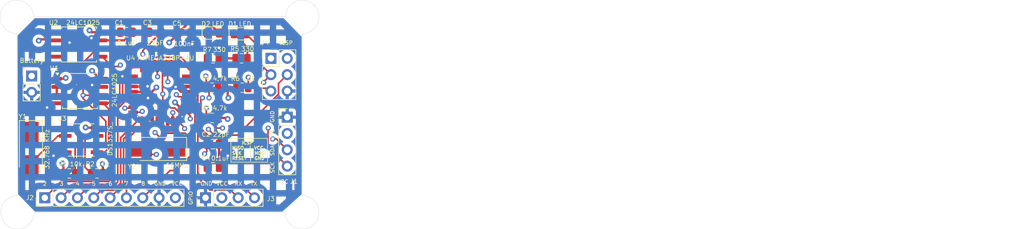
<source format=kicad_pcb>
(kicad_pcb (version 20240108) (generator "pcbnew") (generator_version "8.0")
  (title_block (title "${project_name}") (date "2024-05-24") (rev "1") (comment 1 "2-Layer PCB version."))
  (layers (0 "F.Cu" mixed) (1 "In1.Cu" mixed) (2 "In2.Cu" mixed) (31 "B.Cu" mixed) (34 "B.Paste" user) (35 "F.Paste" user) (36 "B.SilkS" user "B.Silkscreen") (37 "F.SilkS" user "F.Silkscreen") (38 "B.Mask" user) (39 "F.Mask" user) (44 "Edge.Cuts" user))
  (property "project_name" "MCU Datalogger with memory and clock")
  (net 0 "")
  (net 1 "GND")
  (net 2 "/Vcc")
  (net 3 "Net-(U4-PB6)")
  (net 4 "Net-(U4-PB7)")
  (net 5 "Net-(U4-AREF)")
  (net 6 "/SCK")
  (net 7 "Net-(D1-K)")
  (net 8 "Net-(D2-K)")
  (net 9 "/SDA")
  (net 10 "/D7")
  (net 11 "/D5")
  (net 12 "/D8")
  (net 13 "/D6")
  (net 14 "/D4")
  (net 15 "/D3")
  (net 16 "/D2")
  (net 17 "/TX")
  (net 18 "/RX")
  (net 19 "/RESET")
  (net 20 "/MISO")
  (net 21 "/MOSI")
  (net 22 "Net-(U3-~{INTA})")
  (net 23 "Net-(U3-SQW{slash}~INT)")
  (net 24 "Net-(U3-X1)")
  (net 25 "Net-(U3-X2)")
  (footprint "Package_SO:SOIC-8_5.23x5.23mm_P1.27mm" (layer "F.Cu") (at 116.205 108.331)
    (property "Reference" "U1" (at -4.005 -3.531 0) (layer "F.SilkS") (effects (font (size 0.7 0.7) (thickness 0.1))))
    (property "Value" "24LC1025" (at 5.395 -0.131 90) (layer "F.SilkS") (effects (font (size 0.7 0.7) (thickness 0.1))))
    (pad "1" smd roundrect (at -3.6 -1.905) (size 1.6 0.6) (layers "F.Cu" "F.Paste" "F.Mask") (net 2 "/Vcc"))
    (pad "2" smd roundrect (at -3.6 -0.635) (size 1.6 0.6) (layers "F.Cu" "F.Paste" "F.Mask") (net 2 "/Vcc"))
    (pad "3" smd roundrect (at -3.6 0.635) (size 1.6 0.6) (layers "F.Cu" "F.Paste" "F.Mask") (net 2 "/Vcc"))
    (pad "4" smd roundrect (at -3.6 1.905) (size 1.6 0.6) (layers "F.Cu" "F.Paste" "F.Mask") (net 1 "GND"))
    (pad "5" smd roundrect (at 3.6 1.905) (size 1.6 0.6) (layers "F.Cu" "F.Paste" "F.Mask") (net 9 "/SDA"))
    (pad "6" smd roundrect (at 3.6 0.635) (size 1.6 0.6) (layers "F.Cu" "F.Paste" "F.Mask") (net 6 "/SCK"))
    (pad "7" smd roundrect (at 3.6 -0.635) (size 1.6 0.6) (layers "F.Cu" "F.Paste" "F.Mask") (net 1 "GND"))
    (pad "8" smd roundrect (at 3.6 -1.905) (size 1.6 0.6) (layers "F.Cu" "F.Paste" "F.Mask") (net 2 "/Vcc"))
  )
  (footprint "Resistor_SMD:R_0805_2012Metric" (layer "F.Cu") (at 114.554 121.158)
    (property "Reference" "R1" (at -1.054 -1.458 0) (layer "F.SilkS") (effects (font (size 0.7 0.7) (thickness 0.1))))
    (property "Value" "10k" (at 1.046 -1.458 0) (layer "F.SilkS") (effects (font (size 0.7 0.7) (thickness 0.1))))
    (pad "1" smd roundrect (at -0.9125 0) (size 1.025 1.4) (layers "F.Cu" "F.Paste" "F.Mask") (roundrect_rratio 0.243902) (net 2 "/Vcc"))
    (pad "2" smd roundrect (at 0.9125 0) (size 1.025 1.4) (layers "F.Cu" "F.Paste" "F.Mask") (roundrect_rratio 0.243902) (net 22 "Net-(U3-~{INTA})"))
  )
  (footprint "MountingHole:MountingHole_2.1mm" (layer "F.Cu") (at 150.8 127.25)
    (property "Reference" "H4" (hide yes))
    (property "Value" "MountingHole" (hide yes))
    (pad "" np_thru_hole circle (at 0 0) (size 2.1 2.1) (drill 2.1) (layers "*.Cu" "*.Mask"))
  )
  (footprint "Resistor_SMD:R_0805_2012Metric" (layer "F.Cu") (at 136.779 107.823 180)
    (property "Reference" "R4" (at 0.979 1.423 180) (layer "F.SilkS") (effects (font (size 0.7 0.7) (thickness 0.1))))
    (property "Value" "4.7k" (at -1.221 1.423 180) (layer "F.SilkS") (effects (font (size 0.7 0.7) (thickness 0.1))))
    (pad "1" smd roundrect (at -0.9125 0 180) (size 1.025 1.4) (layers "F.Cu" "F.Paste" "F.Mask") (roundrect_rratio 0.243902) (net 2 "/Vcc"))
    (pad "2" smd roundrect (at 0.9125 0 180) (size 1.025 1.4) (layers "F.Cu" "F.Paste" "F.Mask") (roundrect_rratio 0.243902) (net 9 "/SDA"))
  )
  (footprint "Capacitor_SMD:C_0805_2012Metric" (layer "F.Cu") (at 123.444 99.187)
    (property "Reference" "C1" (at -1.144 -1.487 0) (layer "F.SilkS") (effects (font (size 0.7 0.7) (thickness 0.1))))
    (property "Value" "0.1uF" (at 0 1.68 0) (layer "F.SilkS") (effects (font (size 0.7 0.7) (thickness 0.1))))
    (pad "1" smd roundrect (at -0.95 0) (size 1 1.45) (layers "F.Cu" "F.Paste" "F.Mask") (net 2 "/Vcc"))
    (pad "2" smd roundrect (at 0.95 0) (size 1 1.45) (layers "F.Cu" "F.Paste" "F.Mask") (net 1 "GND"))
  )
  (footprint "Resistor_SMD:R_0805_2012Metric" (layer "F.Cu") (at 136.906 103.251)
    (property "Reference" "R7" (at -0.906 -1.351 0) (layer "F.SilkS") (effects (font (size 0.7 0.7) (thickness 0.1))))
    (property "Value" "330" (at 0.994 -1.351 0) (layer "F.SilkS") (effects (font (size 0.7 0.7) (thickness 0.1))))
    (pad "1" smd roundrect (at -0.9125 0) (size 1.025 1.4) (layers "F.Cu" "F.Paste" "F.Mask") (roundrect_rratio 0.243902) (net 8 "Net-(D2-K)"))
    (pad "2" smd roundrect (at 0.9125 0) (size 1.025 1.4) (layers "F.Cu" "F.Paste" "F.Mask") (roundrect_rratio 0.243902) (net 1 "GND"))
  )
  (footprint "Crystal:Crystal_SMD_5032-2Pin_5.0x3.2mm_HandSoldering" (layer "F.Cu") (at 108.585 117.475 -90)
    (property "Reference" "Y1" (at -5.175 1.285 180) (layer "F.SilkS") (effects (font (size 0.7 0.7) (thickness 0.1))))
    (property "Value" "32.768 KHz" (at -0.075 -2.515 90) (layer "F.SilkS") (effects (font (size 0.7 0.7) (thickness 0.1))))
    (pad "1" smd rect (at -2.6 0 270) (size 3.5 2.4) (layers "F.Cu" "F.Paste" "F.Mask") (net 24 "Net-(U3-X1)"))
    (pad "2" smd rect (at 2.6 0 270) (size 3.5 2.4) (layers "F.Cu" "F.Paste" "F.Mask") (net 25 "Net-(U3-X2)"))
  )
  (footprint "Capacitor_SMD:C_0805_2012Metric" (layer "F.Cu") (at 127.889 99.187)
    (property "Reference" "C3" (at -1.189 -1.487 0) (layer "F.SilkS") (effects (font (size 0.7 0.7) (thickness 0.1))))
    (property "Value" "22pF" (at 0 1.68 0) (layer "F.SilkS") (effects (font (size 0.7 0.7) (thickness 0.1))))
    (pad "1" smd roundrect (at -0.95 0) (size 1 1.45) (layers "F.Cu" "F.Paste" "F.Mask") (net 1 "GND"))
    (pad "2" smd roundrect (at 0.95 0) (size 1 1.45) (layers "F.Cu" "F.Paste" "F.Mask") (net 4 "Net-(U4-PB7)"))
  )
  (footprint "Resistor_SMD:R_0805_2012Metric" (layer "F.Cu") (at 136.779 112.522 180)
    (property "Reference" "R3" (at 0.979 1.522 180) (layer "F.SilkS") (effects (font (size 0.7 0.7) (thickness 0.1))))
    (property "Value" "4.7k" (at -1.221 1.522 180) (layer "F.SilkS") (effects (font (size 0.7 0.7) (thickness 0.1))))
    (pad "1" smd roundrect (at -0.9125 0 180) (size 1.025 1.4) (layers "F.Cu" "F.Paste" "F.Mask") (roundrect_rratio 0.243902) (net 2 "/Vcc"))
    (pad "2" smd roundrect (at 0.9125 0 180) (size 1.025 1.4) (layers "F.Cu" "F.Paste" "F.Mask") (roundrect_rratio 0.243902) (net 6 "/SCK"))
  )
  (footprint "Connector_PinHeader_2.54mm:PinHeader_2x03_P2.54mm_Vertical" (layer "F.Cu") (at 145.923 103.251)
    (property "Reference" "J4" (at -0.923 -2.451 0) (layer "F.SilkS") (effects (font (size 0.7 0.7) (thickness 0.1))))
    (property "Value" "Conn_02x03_Odd_Even" (hide yes))
    (pad "1" thru_hole rect (at 0 0) (size 1.7 1.7) (drill 1) (layers "*.Cu" "*.Mask") (net 20 "/MISO"))
    (pad "2" thru_hole oval (at 2.54 0) (size 1.7 1.7) (drill 1) (layers "*.Cu" "*.Mask") (net 2 "/Vcc"))
    (pad "3" thru_hole oval (at 0 2.54) (size 1.7 1.7) (drill 1) (layers "*.Cu" "*.Mask") (net 6 "/SCK"))
    (pad "4" thru_hole oval (at 2.54 2.54) (size 1.7 1.7) (drill 1) (layers "*.Cu" "*.Mask") (net 21 "/MOSI"))
    (pad "5" thru_hole oval (at 0 5.08) (size 1.7 1.7) (drill 1) (layers "*.Cu" "*.Mask") (net 19 "/RESET"))
    (pad "6" thru_hole oval (at 2.54 5.08) (size 1.7 1.7) (drill 1) (layers "*.Cu" "*.Mask") (net 1 "GND"))
  )
  (footprint "MountingHole:MountingHole_2.1mm" (layer "F.Cu") (at 150.7998 96.774)
    (property "Reference" "H3" (hide yes))
    (property "Value" "MountingHole" (hide yes))
    (pad "" np_thru_hole circle (at 0 0) (size 2.1 2.1) (drill 2.1) (layers "*.Cu" "*.Mask"))
  )
  (footprint "Connector_PinHeader_2.54mm:PinHeader_1x04_P2.54mm_Vertical" (layer "F.Cu") (at 135.7476 124.9426 90)
    (property "Reference" "J3" (at -0.1574 10.1524 0) (layer "F.SilkS") (effects (font (size 0.7 0.7) (thickness 0.1))))
    (property "Value" "Conn_01x04_Pin" (hide yes))
    (pad "1" thru_hole rect (at 0 0 90) (size 1.7 1.7) (drill 1) (layers "*.Cu" "*.Mask") (net 1 "GND"))
    (pad "2" thru_hole oval (at 0 2.54 90) (size 1.7 1.7) (drill 1) (layers "*.Cu" "*.Mask") (net 2 "/Vcc"))
    (pad "3" thru_hole oval (at 0 5.08 90) (size 1.7 1.7) (drill 1) (layers "*.Cu" "*.Mask") (net 18 "/RX"))
    (pad "4" thru_hole oval (at 0 7.62 90) (size 1.7 1.7) (drill 1) (layers "*.Cu" "*.Mask") (net 17 "/TX"))
  )
  (footprint "Connector_PinHeader_2.54mm:PinHeader_1x02_P2.54mm_Vertical" (layer "F.Cu") (at 108.7 106)
    (property "Reference" "BT1" (hide yes))
    (property "Value" "Battery" (at 0 -2.4 0) (layer "F.SilkS") (effects (font (size 0.7 0.7) (thickness 0.1))))
    (pad "1" thru_hole rect (at 0 0) (size 1.7 1.7) (drill 1) (layers "*.Cu" "*.Mask") (net 2 "/Vcc"))
    (pad "2" thru_hole oval (at 0 2.54) (size 1.7 1.7) (drill 1) (layers "*.Cu" "*.Mask") (net 1 "GND"))
  )
  (footprint "MountingHole:MountingHole_2.1mm" (layer "F.Cu") (at 106.426 96.8)
    (property "Reference" "H1" (hide yes))
    (property "Value" "MountingHole" (hide yes))
    (pad "" np_thru_hole circle (at 0 0) (size 2.1 2.1) (drill 2.1) (layers "*.Cu" "*.Mask"))
  )
  (footprint "Crystal:Crystal_SMD_5032-2Pin_5.0x3.2mm_HandSoldering" (layer "F.Cu") (at 128.27 117.348 180)
    (property "Reference" "Y2" (at 3.97 -2.752 180) (layer "F.SilkS") (effects (font (size 0.7 0.7) (thickness 0.1))))
    (property "Value" "16MHz" (at -3.03 -2.552 180) (layer "F.SilkS") (effects (font (size 0.7 0.7) (thickness 0.1))))
    (pad "1" smd rect (at -2.6 0 180) (size 3.5 2.4) (layers "F.Cu" "F.Paste" "F.Mask") (net 4 "Net-(U4-PB7)"))
    (pad "2" smd rect (at 2.6 0 180) (size 3.5 2.4) (layers "F.Cu" "F.Paste" "F.Mask") (net 3 "Net-(U4-PB6)"))
  )
  (footprint "Resistor_SMD:R_0805_2012Metric" (layer "F.Cu") (at 118.872 121.158 180)
    (property "Reference" "R2" (at 1.072 1.458 180) (layer "F.SilkS") (effects (font (size 0.7 0.7) (thickness 0.1))))
    (property "Value" "10k" (at -1.028 1.458 180) (layer "F.SilkS") (effects (font (size 0.7 0.7) (thickness 0.1))))
    (pad "1" smd roundrect (at -0.9125 0 180) (size 1.025 1.4) (layers "F.Cu" "F.Paste" "F.Mask") (roundrect_rratio 0.243902) (net 2 "/Vcc"))
    (pad "2" smd roundrect (at 0.9125 0 180) (size 1.025 1.4) (layers "F.Cu" "F.Paste" "F.Mask") (roundrect_rratio 0.243902) (net 23 "Net-(U3-SQW{slash}~INT)"))
  )
  (footprint "Connector_PinHeader_2.54mm:PinHeader_1x04_P2.54mm_Vertical" (layer "F.Cu") (at 148.463 112.405)
    (property "Reference" "J1" (at 1.037 9.995 0) (layer "F.SilkS") (effects (font (size 0.7 0.7) (thickness 0.1))))
    (property "Value" "Conn_01x04_Pin" (hide yes))
    (pad "1" thru_hole rect (at 0 0) (size 1.7 1.7) (drill 1) (layers "*.Cu" "*.Mask") (net 1 "GND"))
    (pad "2" thru_hole oval (at 0 2.54) (size 1.7 1.7) (drill 1) (layers "*.Cu" "*.Mask") (net 2 "/Vcc"))
    (pad "3" thru_hole oval (at 0 5.08) (size 1.7 1.7) (drill 1) (layers "*.Cu" "*.Mask") (net 9 "/SDA"))
    (pad "4" thru_hole oval (at 0 7.62) (size 1.7 1.7) (drill 1) (layers "*.Cu" "*.Mask") (net 6 "/SCK"))
  )
  (footprint "LED_SMD:LED_0805_2012Metric" (layer "F.Cu") (at 141.097 99.441)
    (property "Reference" "D1" (at -1.097 -1.541 0) (layer "F.SilkS") (effects (font (size 0.7 0.7) (thickness 0.1))))
    (property "Value" "LED" (at 0.803 -1.541 0) (layer "F.SilkS") (effects (font (size 0.7 0.7) (thickness 0.1))))
    (pad "1" smd roundrect (at -0.9375 0) (size 0.975 1.4) (layers "F.Cu" "F.Paste" "F.Mask") (net 7 "Net-(D1-K)"))
    (pad "2" smd roundrect (at 0.9375 0) (size 0.975 1.4) (layers "F.Cu" "F.Paste" "F.Mask") (net 6 "/SCK"))
  )
  (footprint "Capacitor_SMD:C_0805_2012Metric" (layer "F.Cu") (at 136.9 116.6 180)
    (property "Reference" "C2" (at 1.079 1.521 180) (layer "F.SilkS") (effects (font (size 0.7 0.7) (thickness 0.1))))
    (property "Value" "22pF" (at -1.3 1.5 180) (layer "F.SilkS") (effects (font (size 0.7 0.7) (thickness 0.1))))
    (pad "1" smd roundrect (at -0.95 0 180) (size 1 1.45) (layers "F.Cu" "F.Paste" "F.Mask") (net 1 "GND"))
    (pad "2" smd roundrect (at 0.95 0 180) (size 1 1.45) (layers "F.Cu" "F.Paste" "F.Mask") (net 3 "Net-(U4-PB6)"))
  )
  (footprint "Resistor_SMD:R_0805_2012Metric" (layer "F.Cu") (at 141.478 107.823)
    (property "Reference" "R6" (at -1.078 -1.423 0) (layer "F.SilkS") (effects (font (size 0.7 0.7) (thickness 0.1))))
    (property "Value" "10k" (at 1.022 -1.423 0) (layer "F.SilkS") (effects (font (size 0.7 0.7) (thickness 0.1))))
    (pad "1" smd roundrect (at -0.9125 0) (size 1.025 1.4) (layers "F.Cu" "F.Paste" "F.Mask") (roundrect_rratio 0.243902) (net 2 "/Vcc"))
    (pad "2" smd roundrect (at 0.9125 0) (size 1.025 1.4) (layers "F.Cu" "F.Paste" "F.Mask") (roundrect_rratio 0.243902) (net 19 "/RESET"))
  )
  (footprint "MountingHole:MountingHole_2.1mm" (layer "F.Cu") (at 106.5 127.2)
    (property "Reference" "H2" (hide yes))
    (property "Value" "MountingHole" (hide yes))
    (pad "" np_thru_hole circle (at 0 0) (size 2.1 2.1) (drill 2.1) (layers "*.Cu" "*.Mask"))
  )
  (footprint "Package_SO:SOIC-8_5.23x5.23mm_P1.27mm" (layer "F.Cu") (at 116.078 101.092)
    (property "Reference" "U2" (at -3.978 -3.392 0) (layer "F.SilkS") (effects (font (size 0.7 0.7) (thickness 0.1))))
    (property "Value" "24LC1025" (at 0.622 -3.392 0) (layer "F.SilkS") (effects (font (size 0.7 0.7) (thickness 0.1))))
    (pad "1" smd roundrect (at -3.6 -1.905) (size 1.6 0.6) (layers "F.Cu" "F.Paste" "F.Mask") (net 2 "/Vcc"))
    (pad "2" smd roundrect (at -3.6 -0.635) (size 1.6 0.6) (layers "F.Cu" "F.Paste" "F.Mask") (net 1 "GND"))
    (pad "3" smd roundrect (at -3.6 0.635) (size 1.6 0.6) (layers "F.Cu" "F.Paste" "F.Mask") (net 2 "/Vcc"))
    (pad "4" smd roundrect (at -3.6 1.905) (size 1.6 0.6) (layers "F.Cu" "F.Paste" "F.Mask") (net 1 "GND"))
    (pad "5" smd roundrect (at 3.6 1.905) (size 1.6 0.6) (layers "F.Cu" "F.Paste" "F.Mask") (net 9 "/SDA"))
    (pad "6" smd roundrect (at 3.6 0.635) (size 1.6 0.6) (layers "F.Cu" "F.Paste" "F.Mask") (net 6 "/SCK"))
    (pad "7" smd roundrect (at 3.6 -0.635) (size 1.6 0.6) (layers "F.Cu" "F.Paste" "F.Mask") (net 1 "GND"))
    (pad "8" smd roundrect (at 3.6 -1.905) (size 1.6 0.6) (layers "F.Cu" "F.Paste" "F.Mask") (net 2 "/Vcc"))
  )
  (footprint "DS1337S:DS1337S" (layer "F.Cu") (at 116.406 115.951)
    (property "Reference" "U3" (at -3.006 -3.332 0) (layer "F.SilkS") (effects (font (size 0.7 0.7) (thickness 0.1))))
    (property "Value" "DS1337S_" (at 4.494 -0.151 90) (layer "F.SilkS") (effects (font (size 0.7 0.7) (thickness 0.1))))
    (pad "1" smd roundrect (at -2.475 -1.905) (size 1.97 0.59) (layers "F.Cu" "F.Paste" "F.Mask") (roundrect_rratio 0.125) (net 24 "Net-(U3-X1)"))
    (pad "2" smd roundrect (at -2.475 -0.635) (size 1.97 0.59) (layers "F.Cu" "F.Paste" "F.Mask") (roundrect_rratio 0.125) (net 25 "Net-(U3-X2)"))
    (pad "3" smd roundrect (at -2.475 0.635) (size 1.97 0.59) (layers "F.Cu" "F.Paste" "F.Mask") (roundrect_rratio 0.125) (net 22 "Net-(U3-~{INTA})"))
    (pad "4" smd roundrect (at -2.475 1.905) (size 1.97 0.59) (layers "F.Cu" "F.Paste" "F.Mask") (roundrect_rratio 0.125) (net 1 "GND"))
    (pad "5" smd roundrect (at 2.475 1.905) (size 1.97 0.59) (layers "F.Cu" "F.Paste" "F.Mask") (roundrect_rratio 0.125) (net 9 "/SDA"))
    (pad "6" smd roundrect (at 2.475 0.635) (size 1.97 0.59) (layers "F.Cu" "F.Paste" "F.Mask") (roundrect_rratio 0.125) (net 6 "/SCK"))
    (pad "7" smd roundrect (at 2.475 -0.635) (size 1.97 0.59) (layers "F.Cu" "F.Paste" "F.Mask") (roundrect_rratio 0.125) (net 23 "Net-(U3-SQW{slash}~INT)"))
    (pad "8" smd roundrect (at 2.475 -1.905) (size 1.97 0.59) (layers "F.Cu" "F.Paste" "F.Mask") (roundrect_rratio 0.125) (net 2 "/Vcc"))
  )
  (footprint "LED_SMD:LED_0805_2012Metric" (layer "F.Cu") (at 136.906 99.314)
    (property "Reference" "D2" (at -1.106 -1.414 0) (layer "F.SilkS") (effects (font (size 0.7 0.7) (thickness 0.1))))
    (property "Value" "LED" (at 0.794 -1.414 0) (layer "F.SilkS") (effects (font (size 0.7 0.7) (thickness 0.1))))
    (pad "1" smd roundrect (at -0.9375 0) (size 0.975 1.4) (layers "F.Cu" "F.Paste" "F.Mask") (net 8 "Net-(D2-K)"))
    (pad "2" smd roundrect (at 0.9375 0) (size 0.975 1.4) (layers "F.Cu" "F.Paste" "F.Mask") (net 2 "/Vcc"))
  )
  (footprint "ATMEGA328P-AU:ATMEGA328P-AU" (layer "F.Cu") (at 128.651 108.839)
    (property "Reference" "U4" (at -4.551 -5.639 0) (layer "F.SilkS") (effects (font (size 0.7 0.7) (thickness 0.1))))
    (property "Value" "ATMEGA328P-AU" (at 0.949 -5.639 0) (layer "F.SilkS") (effects (font (size 0.7 0.7) (thickness 0.1))))
    (pad "1" smd roundrect (at -4.17 -2.8) (size 1.47 0.55) (layers "F.Cu" "F.Paste" "F.Mask") (roundrect_rratio 0.125) (net 15 "/D3"))
    (pad "2" smd roundrect (at -4.17 -2) (size 1.47 0.55) (layers "F.Cu" "F.Paste" "F.Mask") (roundrect_rratio 0.125) (net 14 "/D4"))
    (pad "3" smd roundrect (at -4.17 -1.2) (size 1.47 0.55) (layers "F.Cu" "F.Paste" "F.Mask") (roundrect_rratio 0.125) (net 1 "GND"))
    (pad "4" smd roundrect (at -4.17 -0.4) (size 1.47 0.55) (layers "F.Cu" "F.Paste" "F.Mask") (roundrect_rratio 0.125) (net 2 "/Vcc"))
    (pad "5" smd roundrect (at -4.17 0.4) (size 1.47 0.55) (layers "F.Cu" "F.Paste" "F.Mask") (roundrect_rratio 0.125) (net 1 "GND"))
    (pad "6" smd roundrect (at -4.17 1.2) (size 1.47 0.55) (layers "F.Cu" "F.Paste" "F.Mask") (roundrect_rratio 0.125))
    (pad "7" smd roundrect (at -4.17 2) (size 1.47 0.55) (layers "F.Cu" "F.Paste" "F.Mask") (roundrect_rratio 0.125) (net 3 "Net-(U4-PB6)"))
    (pad "8" smd roundrect (at -4.17 2.8) (size 1.47 0.55) (layers "F.Cu" "F.Paste" "F.Mask") (roundrect_rratio 0.125) (net 4 "Net-(U4-PB7)"))
    (pad "9" smd roundrect (at -2.8 4.17) (size 0.55 1.47) (layers "F.Cu" "F.Paste" "F.Mask") (roundrect_rratio 0.125) (net 11 "/D5"))
    (pad "10" smd roundrect (at -2 4.17) (size 0.55 1.47) (layers "F.Cu" "F.Paste" "F.Mask") (roundrect_rratio 0.125) (net 13 "/D6"))
    (pad "11" smd roundrect (at -1.2 4.17) (size 0.55 1.47) (layers "F.Cu" "F.Paste" "F.Mask") (roundrect_rratio 0.125) (net 10 "/D7"))
    (pad "12" smd roundrect (at -0.4 4.17) (size 0.55 1.47) (layers "F.Cu" "F.Paste" "F.Mask") (roundrect_rratio 0.125) (net 12 "/D8"))
    (pad "13" smd roundrect (at 0.4 4.17) (size 0.55 1.47) (layers "F.Cu" "F.Paste" "F.Mask") (roundrect_rratio 0.125))
    (pad "14" smd roundrect (at 1.2 4.17) (size 0.55 1.47) (layers "F.Cu" "F.Paste" "F.Mask") (roundrect_rratio 0.125))
    (pad "15" smd roundrect (at 2 4.17) (size 0.55 1.47) (layers "F.Cu" "F.Paste" "F.Mask") (roundrect_rratio 0.125) (net 21 "/MOSI"))
    (pad "16" smd roundrect (at 2.8 4.17) (size 0.55 1.47) (layers "F.Cu" "F.Paste" "F.Mask") (roundrect_rratio 0.125) (net 20 "/MISO"))
    (pad "17" smd roundrect (at 4.17 2.8) (size 1.47 0.55) (layers "F.Cu" "F.Paste" "F.Mask") (roundrect_rratio 0.125) (net 6 "/SCK"))
    (pad "18" smd roundrect (at 4.17 2) (size 1.47 0.55) (layers "F.Cu" "F.Paste" "F.Mask") (roundrect_rratio 0.125) (net 2 "/Vcc"))
    (pad "19" smd roundrect (at 4.17 1.2) (size 1.47 0.55) (layers "F.Cu" "F.Paste" "F.Mask") (roundrect_rratio 0.125))
    (pad "20" smd roundrect (at 4.17 0.4) (size 1.47 0.55) (layers "F.Cu" "F.Paste" "F.Mask") (roundrect_rratio 0.125) (net 5 "Net-(U4-AREF)"))
    (pad "21" smd roundrect (at 4.17 -0.4) (size 1.47 0.55) (layers "F.Cu" "F.Paste" "F.Mask") (roundrect_rratio 0.125) (net 1 "GND"))
    (pad "22" smd roundrect (at 4.17 -1.2) (size 1.47 0.55) (layers "F.Cu" "F.Paste" "F.Mask") (roundrect_rratio 0.125))
    (pad "23" smd roundrect (at 4.17 -2) (size 1.47 0.55) (layers "F.Cu" "F.Paste" "F.Mask") (roundrect_rratio 0.125))
    (pad "24" smd roundrect (at 4.17 -2.8) (size 1.47 0.55) (layers "F.Cu" "F.Paste" "F.Mask") (roundrect_rratio 0.125))
    (pad "25" smd roundrect (at 2.8 -4.17) (size 0.55 1.47) (layers "F.Cu" "F.Paste" "F.Mask") (roundrect_rratio 0.125))
    (pad "26" smd roundrect (at 2 -4.17) (size 0.55 1.47) (layers "F.Cu" "F.Paste" "F.Mask") (roundrect_rratio 0.125))
    (pad "27" smd roundrect (at 1.2 -4.17) (size 0.55 1.47) (layers "F.Cu" "F.Paste" "F.Mask") (roundrect_rratio 0.125) (net 9 "/SDA"))
    (pad "28" smd roundrect (at 0.4 -4.17) (size 0.55 1.47) (layers "F.Cu" "F.Paste" "F.Mask") (roundrect_rratio 0.125) (net 6 "/SCK"))
    (pad "29" smd roundrect (at -0.4 -4.17) (size 0.55 1.47) (layers "F.Cu" "F.Paste" "F.Mask") (roundrect_rratio 0.125) (net 19 "/RESET"))
    (pad "30" smd roundrect (at -1.2 -4.17) (size 0.55 1.47) (layers "F.Cu" "F.Paste" "F.Mask") (roundrect_rratio 0.125) (net 18 "/RX"))
    (pad "31" smd roundrect (at -2 -4.17) (size 0.55 1.47) (layers "F.Cu" "F.Paste" "F.Mask") (roundrect_rratio 0.125) (net 17 "/TX"))
    (pad "32" smd roundrect (at -2.8 -4.17) (size 0.55 1.47) (layers "F.Cu" "F.Paste" "F.Mask") (roundrect_rratio 0.125) (net 16 "/D2"))
  )
  (footprint "Connector_PinHeader_2.54mm:PinHeader_1x09_P2.54mm_Vertical" (layer "F.Cu") (at 110.744 124.9426 90)
    (property "Reference" "J2" (at 0 -2.33 0) (layer "F.SilkS") (effects (font (size 0.7 0.7) (thickness 0.1))))
    (property "Value" "Conn_01x09_Pin" (hide yes))
    (pad "1" thru_hole rect (at 0 0 90) (size 1.7 1.7) (drill 1) (layers "*.Cu" "*.Mask") (net 16 "/D2"))
    (pad "2" thru_hole oval (at 0 2.54 90) (size 1.7 1.7) (drill 1) (layers "*.Cu" "*.Mask") (net 15 "/D3"))
    (pad "3" thru_hole oval (at 0 5.08 90) (size 1.7 1.7) (drill 1) (layers "*.Cu" "*.Mask") (net 14 "/D4"))
    (pad "4" thru_hole oval (at 0 7.62 90) (size 1.7 1.7) (drill 1) (layers "*.Cu" "*.Mask") (net 11 "/D5"))
    (pad "5" thru_hole oval (at 0 10.16 90) (size 1.7 1.7) (drill 1) (layers "*.Cu" "*.Mask") (net 13 "/D6"))
    (pad "6" thru_hole oval (at 0 12.7 90) (size 1.7 1.7) (drill 1) (layers "*.Cu" "*.Mask") (net 10 "/D7"))
    (pad "7" thru_hole oval (at 0 15.24 90) (size 1.7 1.7) (drill 1) (layers "*.Cu" "*.Mask") (net 12 "/D8"))
    (pad "8" thru_hole oval (at 0 17.78 90) (size 1.7 1.7) (drill 1) (layers "*.Cu" "*.Mask") (net 1 "GND"))
    (pad "9" thru_hole oval (at 0 20.32 90) (size 1.7 1.7) (drill 1) (layers "*.Cu" "*.Mask") (net 2 "/Vcc"))
  )
  (footprint "Capacitor_SMD:C_0805_2012Metric" (layer "F.Cu") (at 132.461 99.314)
    (property "Reference" "C5" (at -1.161 -1.514 0) (layer "F.SilkS") (effects (font (size 0.7 0.7) (thickness 0.1))))
    (property "Value" "100nF" (at 0 1.68 0) (layer "F.SilkS") (effects (font (size 0.7 0.7) (thickness 0.1))))
    (pad "1" smd roundrect (at -0.95 0) (size 1 1.45) (layers "F.Cu" "F.Paste" "F.Mask") (net 2 "/Vcc"))
    (pad "2" smd roundrect (at 0.95 0) (size 1 1.45) (layers "F.Cu" "F.Paste" "F.Mask") (net 1 "GND"))
  )
  (footprint "Resistor_SMD:R_0805_2012Metric" (layer "F.Cu") (at 141.351 103.251)
    (property "Reference" "R5" (at -1.051 -1.451 0) (layer "F.SilkS") (effects (font (size 0.7 0.7) (thickness 0.1))))
    (property "Value" "330" (at 0.949 -1.451 0) (layer "F.SilkS") (effects (font (size 0.7 0.7) (thickness 0.1))))
    (pad "1" smd roundrect (at -0.9125 0) (size 1.025 1.4) (layers "F.Cu" "F.Paste" "F.Mask") (roundrect_rratio 0.243902) (net 1 "GND"))
    (pad "2" smd roundrect (at 0.9125 0) (size 1.025 1.4) (layers "F.Cu" "F.Paste" "F.Mask") (roundrect_rratio 0.243902) (net 7 "Net-(D1-K)"))
  )
  (footprint "Capacitor_SMD:C_0805_2012Metric" (layer "F.Cu") (at 136.9 120.2 180)
    (property "Reference" "C4" (at 1.106 1.439 180) (layer "F.SilkS") (effects (font (size 0.7 0.7) (thickness 0.1))))
    (property "Value" "0.1uF" (at -1.194 1.4 180) (layer "F.SilkS") (effects (font (size 0.7 0.7) (thickness 0.1))))
    (pad "1" smd roundrect (at -0.95 0 180) (size 1 1.45) (layers "F.Cu" "F.Paste" "F.Mask") (net 1 "GND"))
    (pad "2" smd roundrect (at 0.95 0 180) (size 1 1.45) (layers "F.Cu" "F.Paste" "F.Mask") (net 5 "Net-(U4-AREF)"))
  )
  (gr_rect (start 139.7 115.7) (end 145.4 119.4) (stroke (width 0.1)) (fill none) (layer "F.SilkS"))
  (gr_arc (start 106.4 99.4) (mid 104.561522 94.961522) (end 109 96.8) (stroke (width 0.05)) (layer "Edge.Cuts"))
  (gr_line (start 106.5 124.6) (end 106.4 99.4) (stroke (width 0.05)) (layer "Edge.Cuts"))
  (gr_line (start 109 96.8) (end 148.2 96.8) (stroke (width 0.05)) (layer "Edge.Cuts"))
  (gr_arc (start 148.2 96.8) (mid 152.638478 94.961522) (end 150.8 99.4) (stroke (width 0.05)) (layer "Edge.Cuts"))
  (gr_arc (start 150.8 124.6) (mid 152.638478 129.038478) (end 148.2 127.2) (stroke (width 0.05)) (layer "Edge.Cuts"))
  (gr_line (start 150.8 99.4) (end 150.8 124.6) (stroke (width 0.05)) (layer "Edge.Cuts"))
  (gr_arc (start 109.1 127.2) (mid 104.661522 129.038478) (end 106.5 124.6) (stroke (width 0.05)) (layer "Edge.Cuts"))
  (gr_line (start 148.2 127.2) (end 109.1 127.2) (stroke (width 0.05)) (layer "Edge.Cuts"))
  (gr_text "GPIO" (at 133.8 126.1 90) (layer "F.SilkS") (effects (font (size 0.6 0.6) (thickness 0.1) (bold yes)) (justify left bottom)))
  (gr_text "I2C" (at 147.1 122.8 0) (layer "F.SilkS") (effects (font (size 0.6 0.6) (thickness 0.1) (bold yes)) (justify left bottom)))
  (gr_text "TX" (at 142.7 123.1 0) (layer "F.SilkS") (effects (font (size 0.6 0.6) (thickness 0.1) (bold yes)) (justify left bottom)))
  (gr_text "GND" (at 146.5 113.3 90) (layer "F.SilkS") (effects (font (size 0.6 0.6) (thickness 0.1) (bold yes)) (justify left bottom)))
  (gr_text "8" (at 125.7 123.1 0) (layer "F.SilkS") (effects (font (size 0.6 0.6) (thickness 0.1) (bold yes)) (justify left bottom)))
  (gr_text "ICSP" (at 147.2 101.2 0) (layer "F.SilkS") (effects (font (size 0.6 0.6) (thickness 0.1) (bold yes)) (justify left bottom)))
  (gr_text "    ICSP\nMISO  | VCC\nSCK   | MOSI\nRESET | GND" (at 139.8 119.1 0) (layer "F.SilkS") (effects (font (size 0.5 0.5) (thickness 0.125) (bold yes)) (justify left bottom)))
  (gr_text "2" (at 110.4 123.1 0) (layer "F.SilkS") (effects (font (size 0.6 0.6) (thickness 0.1) (bold yes)) (justify left bottom)))
  (gr_text "6" (at 120.6 123.1 0) (layer "F.SilkS") (effects (font (size 0.6 0.6) (thickness 0.1) (bold yes)) (justify left bottom)))
  (gr_text "SCK" (at 146.5 121.2 90) (layer "F.SilkS") (effects (font (size 0.6 0.6) (thickness 0.1) (bold yes)) (justify left bottom)))
  (gr_text "SDA" (at 146.5 118.5 90) (layer "F.SilkS") (effects (font (size 0.6 0.6) (thickness 0.1) (bold yes)) (justify left bottom)))
  (gr_text "3" (at 113 123.1 0) (layer "F.SilkS") (effects (font (size 0.6 0.6) (thickness 0.1) (bold yes)) (justify left bottom)))
  (gr_text "VCC" (at 146.5 116 90) (layer "F.SilkS") (effects (font (size 0.6 0.6) (thickness 0.1) (bold yes)) (justify left bottom)))
  (gr_text "RX" (at 140.2 123.1 0) (layer "F.SilkS") (effects (font (size 0.6 0.6) (thickness 0.1) (bold yes)) (justify left bottom)))
  (gr_text "GND" (at 134.9 123.1 0) (layer "F.SilkS") (effects (font (size 0.6 0.6) (thickness 0.1) (bold yes)) (justify left bottom)))
  (gr_text "7" (at 123.1 123.1 0) (layer "F.SilkS") (effects (font (size 0.6 0.6) (thickness 0.1) (bold yes)) (justify left bottom)))
  (gr_text "VCC" (at 130.4 123.1 0) (layer "F.SilkS") (effects (font (size 0.6 0.6) (thickness 0.1) (bold yes)) (justify left bottom)))
  (gr_text "VCC" (at 137.4 123.1 0) (layer "F.SilkS") (effects (font (size 0.6 0.6) (thickness 0.1) (bold yes)) (justify left bottom)))
  (gr_text "GND" (at 127.7 123.1 0) (layer "F.SilkS") (effects (font (size 0.6 0.6) (thickness 0.1) (bold yes)) (justify left bottom)))
  (gr_text "4" (at 115.5 123.1 0) (layer "F.SilkS") (effects (font (size 0.6 0.6) (thickness 0.1) (bold yes)) (justify left bottom)))
  (gr_text "5" (at 118 123.1 0) (layer "F.SilkS") (effects (font (size 0.6 0.6) (thickness 0.1) (bold yes)) (justify left bottom)))
  (segment (start 112.605 110.236) (end 111.764 110.236) (width 0.35) (layer "F.Cu") (net 1))
  (segment (start 113.9 102.5) (end 113.403 102.997) (width 0.35) (layer "F.Cu") (net 1))
  (segment (start 140.4385 103.251) (end 137.8185 103.251) (width 0.35) (layer "F.Cu") (net 1))
  (segment (start 119.678 100.457) (end 123.124 100.457) (width 0.35) (layer "F.Cu") (net 1))
  (segment (start 126.614 109.239) (end 126.8 109.425) (width 0.35) (layer "F.Cu") (net 1))
  (segment (start 111.764 110.236) (end 111.1 110.9) (width 0.35) (layer "F.Cu") (net 1))
  (segment (start 124.481 107.639) (end 126.686 107.639) (width 0.35) (layer "F.Cu") (net 1))
  (segment (start 137.8185 103.251) (end 137.8185 101.6185) (width 0.35) (layer "F.Cu") (net 1))
  (segment (start 119.678 100.457) (end 118.357 100.457) (width 0.35) (layer "F.Cu") (net 1))
  (segment (start 113.403 102.997) (end 112.478 102.997) (width 0.35) (layer "F.Cu") (net 1))
  (segment (start 113.277999 100.457) (end 113.9 101.079001) (width 0.35) (layer "F.Cu") (net 1))
  (segment (start 118.396 107.696) (end 118.1 107.4) (width 0.35) (layer "F.Cu") (net 1))
  (segment (start 132.821 108.439) (end 131.905727 108.439) (width 0.35) (layer "F.Cu") (net 1))
  (segment (start 131.166727 107.7) (end 131.1 107.7) (width 0.35) (layer "F.Cu") (net 1))
  (segment (start 126.686 107.639) (end 126.725 107.6) (width 0.35) (layer "F.Cu") (net 1))
  (segment (start 113.9 101.079001) (end 113.9 102.5) (width 0.35) (layer "F.Cu") (net 1))
  (segment (start 137.85 116.6) (end 137.85 118.4) (width 0.35) (layer "F.Cu") (net 1))
  (segment (start 133.411 99.314) (end 133.411 100.711) (width 0.35) (layer "F.Cu") (net 1))
  (segment (start 133.411 100.711) (end 133.7 101) (width 0.35) (layer "F.Cu") (net 1))
  (segment (start 131.905727 108.439) (end 131.166727 107.7) (width 0.35) (layer "F.Cu") (net 1))
  (segment (start 123.124 100.457) (end 124.394 99.187) (width 0.35) (layer "F.Cu") (net 1))
  (segment (start 137.8185 101.6185) (end 137.8 101.6) (width 0.35) (layer "F.Cu") (net 1))
  (segment (start 112.478 100.457) (end 113.277999 100.457) (width 0.35) (layer "F.Cu") (net 1))
  (segment (start 118.357 100.457) (end 118 100.1) (width 0.35) (layer "F.Cu") (net 1))
  (segment (start 137.85 118.4) (end 139.2 118.4) (width 0.35) (layer "F.Cu") (net 1))
  (segment (start 124.394 99.187) (end 126.939 99.187) (width 0.35) (layer "F.Cu") (net 1))
  (segment (start 119.805 107.696) (end 118.396 107.696) (width 0.35) (layer "F.Cu") (net 1))
  (segment (start 114.320999 101.079001) (end 114.6 100.8) (width 0.35) (layer "F.Cu") (net 1))
  (segment (start 113.9 101.079001) (end 114.320999 101.079001) (width 0.35) (layer "F.Cu") (net 1))
  (segment (start 112.644 117.856) (end 112.1 118.4) (width 0.35) (layer "F.Cu") (net 1))
  (segment (start 113.931 117.856) (end 112.644 117.856) (width 0.35) (layer "F.Cu") (net 1))
  (segment (start 124.481 109.239) (end 126.614 109.239) (width 0.35) (layer "F.Cu") (net 1))
  (segment (start 137.85 118.4) (end 137.85 120.2) (width 0.35) (layer "F.Cu") (net 1))
  (via (at 118.1 107.4) (size 0.9) (drill 0.4) (layers "F.Cu" "B.Cu") (net 1))
  (via (at 133.7 101) (size 0.9) (drill 0.4) (layers "F.Cu" "B.Cu") (net 1))
  (via (at 114.6 100.8) (size 0.9) (drill 0.4) (layers "F.Cu" "B.Cu") (net 1))
  (via (at 126.8 109.425) (size 0.9) (drill 0.4) (layers "F.Cu" "B.Cu") (net 1))
  (via (at 131.1 107.7) (size 0.9) (drill 0.4) (layers "F.Cu" "B.Cu") (net 1))
  (via (at 137.8 101.6) (size 0.9) (drill 0.4) (layers "F.Cu" "B.Cu") (net 1))
  (via (at 139.2 118.4) (size 0.9) (drill 0.4) (layers "F.Cu" "B.Cu") (net 1))
  (via (at 126.725 107.6) (size 0.9) (drill 0.4) (layers "F.Cu" "B.Cu") (net 1))
  (via (at 112.1 118.4) (size 0.9) (drill 0.4) (layers "F.Cu" "B.Cu") (net 1))
  (via (at 111.1 110.9) (size 0.9) (drill 0.4) (layers "F.Cu" "B.Cu") (net 1))
  (via (at 118 100.1) (size 0.9) (drill 0.4) (layers "F.Cu" "B.Cu") (net 1))
  (segment (start 139.2 107.823) (end 140.5655 107.823) (width 0.35) (layer "F.Cu") (net 2))
  (segment (start 119.678 99.187) (end 122.494 99.187) (width 0.35) (layer "F.Cu") (net 2))
  (segment (start 132.821 110.839) (end 131.739 110.839) (width 0.35) (layer "F.Cu") (net 2))
  (segment (start 132.925 97.9) (end 136.4295 97.9) (width 0.35) (layer "F.Cu") (net 2))
  (segment (start 119.326 106.426) (end 118.1 105.2) (width 0.35) (layer "F.Cu") (net 2))
  (segment (start 127.4 108.475) (end 128.1 107.775) (width 0.35) (layer "F.Cu") (net 2))
  (segment (start 136.4295 97.9) (end 137.8435 99.314) (width 0.35) (layer "F.Cu") (net 2))
  (segment (start 111 99.865001) (end 111 100.3) (width 0.35) (layer "F.Cu") (net 2))
  (segment (start 110 100.3) (end 109.8 100.5) (width 0.35) (layer "F.Cu") (net 2))
  (segment (start 112.478 99.187) (end 111.678001 99.187) (width 0.35) (layer "F.Cu") (net 2))
  (segment (start 119.805 106.426) (end 119.326 106.426) (width 0.35) (layer "F.Cu") (net 2))
  (segment (start 119.7845 121.158) (end 119.7845 119.7845) (width 0.35) (layer "F.Cu") (net 2))
  (segment (start 111 100.3) (end 110 100.3) (width 0.35) (layer "F.Cu") (net 2))
  (segment (start 139.2 112.7) (end 139.022 112.522) (width 0.35) (layer "F.Cu") (net 2))
  (segment (start 131.511 99.314) (end 132.925 97.9) (width 0.35) (layer "F.Cu") (net 2))
  (segment (start 111.678001 99.187) (end 111 99.865001) (width 0.35) (layer "F.Cu") (net 2))
  (segment (start 112.605 106.426) (end 113.874 106.426) (width 0.35) (layer "F.Cu") (net 2))
  (segment (start 139.2 109.3) (end 139.3 109.4) (width 0.35) (layer "F.Cu") (net 2))
  (segment (start 119.678 99.187) (end 117.987 99.187) (width 0.35) (layer "F.Cu") (net 2))
  (segment (start 118.881 114.046) (end 117.146 114.046) (width 0.35) (layer "F.Cu") (net 2))
  (segment (start 124.481 108.439) (end 124.517 108.475) (width 0.35) (layer "F.Cu") (net 2))
  (segment (start 139.2 107.823) (end 139.2 109.3) (width 0.35) (layer "F.Cu") (net 2))
  (segment (start 113.6415 119.7415) (end 113.5 119.6) (width 0.35) (layer "F.Cu") (net 2))
  (segment (start 131.739 110.839) (end 131 110.1) (width 0.35) (layer "F.Cu") (net 2))
  (segment (start 117.987 99.187) (end 117.7 98.9) (width 0.35) (layer "F.Cu") (net 2))
  (segment (start 139.022 112.522) (end 137.6915 112.522) (width 0.35) (layer "F.Cu") (net 2))
  (segment (start 113.6415 121.158) (end 113.6415 119.7415) (width 0.35) (layer "F.Cu") (net 2))
  (segment (start 112.605 107.696) (end 112.605 108.966) (width 0.35) (layer "F.Cu") (net 2))
  (segment (start 137.6915 107.823) (end 139.2 107.823) (width 0.35) (layer "F.Cu") (net 2))
  (segment (start 117.146 114.046) (end 117.1 114) (width 0.35) (layer "F.Cu") (net 2))
  (segment (start 113.874 106.426) (end 114 106.3) (width 0.35) (layer "F.Cu") (net 2))
  (segment (start 111 101.1) (end 111.627 101.727) (width 0.35) (layer "F.Cu") (net 2))
  (segment (start 119.7845 119.7845) (end 119.7 119.7) (width 0.35) (layer "F.Cu") (net 2))
  (segment (start 112.605 106.426) (end 112.605 107.696) (width 0.35) (layer "F.Cu") (net 2))
  (segment (start 131.511 99.314) (end 131.511 99.389) (width 0.35) (layer "F.Cu") (net 2))
  (segment (start 124.517 108.475) (end 127.4 108.475) (width 0.35) (layer "F.Cu") (net 2))
  (segment (start 111.627 101.727) (end 112.478 101.727) (width 0.35) (layer "F.Cu") (net 2))
  (segment (start 131.511 99.389) (end 130.1 100.8) (width 0.35) (layer "F.Cu") (net 2))
  (segment (start 111 100.3) (end 111 101.1) (width 0.35) (layer "F.Cu") (net 2))
  (via (at 139.3 109.4) (size 0.9) (drill 0.4) (layers "F.Cu" "B.Cu") (net 2))
  (via (at 128.1 107.775) (size 0.9) (drill 0.4) (layers "F.Cu" "B.Cu") (net 2))
  (via (at 117.7 98.9) (size 0.9) (drill 0.4) (layers "F.Cu" "B.Cu") (net 2))
  (via (at 130.1 100.8) (size 0.9) (drill 0.4) (layers "F.Cu" "B.Cu") (net 2))
  (via (at 139.2 112.7) (size 0.9) (drill 0.4) (layers "F.Cu" "B.Cu") (net 2))
  (via (at 131 110.1) (size 0.9) (drill 0.4) (layers "F.Cu" "B.Cu") (net 2))
  (via (at 114 106.3) (size 0.9) (drill 0.4) (layers "F.Cu" "B.Cu") (net 2))
  (via (at 117.1 114) (size 0.9) (drill 0.4) (layers "F.Cu" "B.Cu") (net 2))
  (via (at 119.7 119.7) (size 0.9) (drill 0.4) (layers "F.Cu" "B.Cu") (net 2))
  (via (at 109.8 100.5) (size 0.9) (drill 0.4) (layers "F.Cu" "B.Cu") (net 2))
  (via (at 113.5 119.6) (size 0.9) (drill 0.4) (layers "F.Cu" "B.Cu") (net 2))
  (via (at 118.1 105.2) (size 0.9) (drill 0.4) (layers "F.Cu" "B.Cu") (net 2))
  (segment (start 125.67 117.348) (end 126.522 118.2) (width 0.25) (layer "F.Cu") (net 3))
  (segment (start 126.522 118.2) (end 128.1 118.2) (width 0.25) (layer "F.Cu") (net 3))
  (segment (start 135.6 118.1) (end 135.95 117.75) (width 0.25) (layer "F.Cu") (net 3))
  (segment (start 123.2 111) (end 124.32 111) (width 0.25) (layer "F.Cu") (net 3))
  (segment (start 124.32 111) (end 124.481 110.839) (width 0.25) (layer "F.Cu") (net 3))
  (segment (start 135.95 117.75) (end 135.95 116.6) (width 0.25) (layer "F.Cu") (net 3))
  (via (at 123.2 111) (size 0.8) (drill 0.4) (layers "F.Cu" "B.Cu") (net 3))
  (via (at 128.1 118.2) (size 0.8) (drill 0.4) (layers "F.Cu" "B.Cu") (net 3))
  (via (at 135.6 118.1) (size 0.8) (drill 0.4) (layers "F.Cu" "B.Cu") (net 3))
  (segment (start 126 102.026) (end 128.839 99.187) (width 0.25) (layer "F.Cu") (net 4))
  (segment (start 126 102.6) (end 126 102.026) (width 0.25) (layer "F.Cu") (net 4))
  (segment (start 130.448 117.348) (end 127.9 114.8) (width 0.25) (layer "F.Cu") (net 4))
  (segment (start 125.761 111.639) (end 124.481 111.639) (width 0.25) (layer "F.Cu") (net 4))
  (segment (start 125.9 111.5) (end 125.761 111.639) (width 0.25) (layer "F.Cu") (net 4))
  (segment (start 130.87 117.348) (end 130.448 117.348) (width 0.25) (layer "F.Cu") (net 4))
  (via (at 125.9 111.5) (size 0.8) (drill 0.4) (layers "F.Cu" "B.Cu") (net 4))
  (via (at 127.9 114.8) (size 0.8) (drill 0.4) (layers "F.Cu" "B.Cu") (net 4))
  (via (at 126 102.6) (size 0.8) (drill 0.4) (layers "F.Cu" "B.Cu") (net 4))
  (segment (start 131.2 108.9) (end 131.539 109.239) (width 0.25) (layer "F.Cu") (net 5))
  (segment (start 135.9201 115.025) (end 135.899695 115.025) (width 0.25) (layer "F.Cu") (net 5))
  (segment (start 135.029 109.646) (end 135.275 109.4) (width 0.25) (layer "F.Cu") (net 5))
  (segment (start 135.899695 115.025) (end 135.029 114.154305) (width 0.25) (layer "F.Cu") (net 5))
  (segment (start 135.029 114.154305) (end 135.029 109.646) (width 0.25) (layer "F.Cu") (net 5))
  (segment (start 131.539 109.239) (end 132.821 109.239) (width 0.25) (layer "F.Cu") (net 5))
  (segment (start 136.775 115.8799) (end 135.9201 115.025) (width 0.25) (layer "F.Cu") (net 5))
  (segment (start 136.775 119.375) (end 136.775 115.8799) (width 0.25) (layer "F.Cu") (net 5))
  (segment (start 135.95 120.2) (end 136.775 119.375) (width 0.25) (layer "F.Cu") (net 5))
  (via (at 135.275 109.4) (size 0.8) (drill 0.4) (layers "F.Cu" "B.Cu") (net 5))
  (via (at 131.2 108.9) (size 0.8) (drill 0.4) (layers "F.Cu" "B.Cu") (net 5))
  (segment (start 135.8665 111.0335) (end 135.9 111) (width 0.25) (layer "F.Cu") (net 6))
  (segment (start 118.971001 109) (end 119.005001 108.966) (width 0.25) (layer "F.Cu") (net 6))
  (segment (start 145.475 114.125) (end 145.5 114.1) (width 0.25) (layer "F.Cu") (net 6))
  (segment (start 148.463 120.025) (end 145.475 117.037) (width 0.25) (layer "F.Cu") (net 6))
  (segment (start 129.1 109.7) (end 129.1 108.8) (width 0.25) (layer "F.Cu") (net 6))
  (segment (start 130.375 110.975) (end 129.1 109.7) (width 0.25) (layer "F.Cu") (net 6))
  (segment (start 118.881 116.586) (end 119.866 116.586) (width 0.25) (layer "F.Cu") (net 6))
  (segment (start 135.8665 112.522) (end 135.8665 111.0335) (width 0.25) (layer "F.Cu") (net 6))
  (segment (start 119.678 101.727) (end 118.878001 101.727) (width 0.25) (layer "F.Cu") (net 6))
  (segment (start 144.2 104.068) (end 144.2 101.6065) (width 0.25) (layer "F.Cu") (net 6))
  (segment (start 120.241 113.041) (end 116.7 109.5) (width 0.25) (layer "F.Cu") (net 6))
  (segment (start 119.866 116.586) (end 120.241 116.211) (width 0.25) (layer "F.Cu") (net 6))
  (segment (start 129.051 108.751) (end 129.051 104.669) (width 0.25) (layer "F.Cu") (net 6))
  (segment (start 132.821 111.639) (end 131.615305 111.639) (width 0.25) (layer "F.Cu") (net 6))
  (segment (start 119.005001 108.966) (end 119.805 108.966) (width 0.25) (layer "F.Cu") (net 6))
  (segment (start 129.1 108.8) (end 129.051 108.751) (width 0.25) (layer "F.Cu") (net 6))
  (segment (start 144.2 101.6065) (end 142.0345 99.441) (width 0.25) (layer "F.Cu") (net 6))
  (segment (start 144.8 107) (end 144.8 106.914) (width 0.25) (layer "F.Cu") (net 6))
  (segment (start 116.7 109.5) (end 116.7 109) (width 0.25) (layer "F.Cu") (net 6))
  (segment (start 130.951305 110.975) (end 130.375 110.975) (width 0.25) (layer "F.Cu") (net 6))
  (segment (start 116.7 109) (end 118.971001 109) (width 0.25) (layer "F.Cu") (net 6))
  (segment (start 131.615305 111.639) (end 130.951305 110.975) (width 0.25) (layer "F.Cu") (net 6))
  (segment (start 145.475 117.037) (end 145.475 114.125) (width 0.25) (layer "F.Cu") (net 6))
  (segment (start 145.923 105.791) (end 144.2 104.068) (width 0.25) (layer "F.Cu") (net 6))
  (segment (start 116.7 103.905001) (end 116.7 109) (width 0.25) (layer "F.Cu") (net 6))
  (segment (start 137.4445 114.1) (end 138.4 114.1) (width 0.25) (layer "F.Cu") (net 6))
  (segment (start 135.8665 112.522) (end 137.4445 114.1) (width 0.25) (layer "F.Cu") (net 6))
  (segment (start 144.8 106.914) (end 145.923 105.791) (width 0.25) (layer "F.Cu") (net 6))
  (segment (start 133.375001 112.649696) (end 133.375001 112.193001) (width 0.25) (layer "F.Cu") (net 6))
  (segment (start 133.375001 112.193001) (end 132.821 111.639) (width 0.25) (layer "F.Cu") (net 6))
  (segment (start 120.241 116.211) (end 120.241 113.041) (width 0.25) (layer "F.Cu") (net 6))
  (segment (start 118.878001 101.727) (end 116.7 103.905001) (width 0.25) (layer "F.Cu") (net 6))
  (via (at 133.375001 112.649696) (size 0.8) (drill 0.4) (layers "F.Cu" "B.Cu") (net 6))
  (via (at 145.5 114.1) (size 0.8) (drill 0.4) (layers "F.Cu" "B.Cu") (net 6))
  (via (at 138.4 114.1) (size 0.8) (drill 0.4) (layers "F.Cu" "B.Cu") (net 6))
  (via (at 144.8 107) (size 0.8) (drill 0.4) (layers "F.Cu" "B.Cu") (net 6))
  (via (at 116.7 109) (size 0.8) (drill 0.4) (layers "F.Cu" "B.Cu") (net 6))
  (via (at 135.9 111) (size 0.8) (drill 0.4) (layers "F.Cu" "B.Cu") (net 6))
  (via (at 129.1 108.8) (size 0.8) (drill 0.4) (layers "F.Cu" "B.Cu") (net 6))
  (segment (start 142.2635 101.545) (end 140.1595 99.441) (width 0.25) (layer "F.Cu") (net 7))
  (segment (start 142.2635 103.251) (end 142.2635 101.545) (width 0.25) (layer "F.Cu") (net 7))
  (segment (start 135.9935 103.251) (end 135.9935 99.339) (width 0.25) (layer "F.Cu") (net 8))
  (segment (start 135.9935 99.339) (end 135.9685 99.314) (width 0.25) (layer "F.Cu") (net 8))
  (segment (start 119.805 110.236) (end 120.604999 110.236) (width 0.25) (layer "F.Cu") (net 9))
  (segment (start 129.851 106.851) (end 129.851 104.669) (width 0.25) (layer "F.Cu") (net 9))
  (segment (start 121.2 107.948604) (end 121.2 104.519) (width 0.25) (layer "F.Cu") (net 9))
  (segment (start 121.2 104.519) (end 119.678 102.997) (width 0.25) (layer "F.Cu") (net 9))
  (segment (start 148.463 117.485) (end 146.778 115.8) (width 0.25) (layer "F.Cu") (net 9))
  (segment (start 136.3 108.2565) (end 135.8665 107.823) (width 0.25) (layer "F.Cu") (net 9))
  (segment (start 135.8665 106.0665) (end 135.8 106) (width 0.25) (layer "F.Cu") (net 9))
  (segment (start 122.281 104.519) (end 121.2 104.519) (width 0.25) (layer "F.Cu") (net 9))
  (segment (start 122.5 104.3) (end 122.281 104.519) (width 0.25) (layer "F.Cu") (net 9))
  (segment (start 118.881 117.856) (end 120.044 117.856) (width 0.25) (layer "F.Cu") (net 9))
  (segment (start 120.691 117.209) (end 120.691 111.122) (width 0.25) (layer "F.Cu") (net 9))
  (segment (start 120.044 117.856) (end 120.691 117.209) (width 0.25) (layer "F.Cu") (net 9))
  (segment (start 120.604999 110.236) (end 121.194 109.646999) (width 0.25) (layer "F.Cu") (net 9))
  (segment (start 121.194 107.954604) (end 121.2 107.948604) (width 0.25) (layer "F.Cu") (net 9))
  (segment (start 146.778 115.8) (end 146.2 115.8) (width 0.25) (layer "F.Cu") (net 9))
  (segment (start 121.194 109.646999) (end 121.194 107.954604) (width 0.25) (layer "F.Cu") (net 9))
  (segment (start 120.691 111.122) (end 119.805 110.236) (width 0.25) (layer "F.Cu") (net 9))
  (segment (start 129.9 106.9) (end 129.851 106.851) (width 0.25) (layer "F.Cu") (net 9))
  (segment (start 136.3 109.4) (end 136.3 108.2565) (width 0.25) (layer "F.Cu") (net 9))
  (segment (start 135.8665 107.823) (end 135.8665 106.0665) (width 0.25) (layer "F.Cu") (net 9))
  (via (at 135.8 106) (size 0.8) (drill 0.4) (layers "F.Cu" "B.Cu") (net 9))
  (via (at 129.9 106.9) (size 0.8) (drill 0.4) (layers "F.Cu" "B.Cu") (net 9))
  (via (at 146.2 115.8) (size 0.8) (drill 0.4) (layers "F.Cu" "B.Cu") (net 9))
  (via (at 122.5 104.3) (size 0.8) (drill 0.4) (layers "F.Cu" "B.Cu") (net 9))
  (via (at 136.3 109.4) (size 0.8) (drill 0.4) (layers "F.Cu" "B.Cu") (net 9))
  (segment (start 126.545 114.65) (end 127.451 113.744) (width 0.25) (layer "F.Cu") (net 10))
  (segment (start 123.444 115.974) (end 124.768 114.65) (width 0.25) (layer "F.Cu") (net 10))
  (segment (start 127.451 113.744) (end 127.451 113.009) (width 0.25) (layer "F.Cu") (net 10))
  (segment (start 123.444 124.9426) (end 123.444 115.974) (width 0.25) (layer "F.Cu") (net 10))
  (segment (start 124.768 114.65) (end 126.545 114.65) (width 0.25) (layer "F.Cu") (net 10))
  (segment (start 121.455102 123.755102) (end 122.544 122.666204) (width 0.25) (layer "F.Cu") (net 11))
  (segment (start 118.364 124.9426) (end 119.551498 123.755102) (width 0.25) (layer "F.Cu") (net 11))
  (segment (start 125.136208 113.009) (end 125.851 113.009) (width 0.25) (layer "F.Cu") (net 11))
  (segment (start 122.544 115.601208) (end 125.136208 113.009) (width 0.25) (layer "F.Cu") (net 11))
  (segment (start 122.544 122.666204) (end 122.544 115.601208) (width 0.25) (layer "F.Cu") (net 11))
  (segment (start 119.551498 123.755102) (end 121.455102 123.755102) (width 0.25) (layer "F.Cu") (net 11))
  (segment (start 133.6 118.218) (end 133.6 115.9) (width 0.25) (layer "F.Cu") (net 12))
  (segment (start 125.984 124.9426) (end 130.2266 120.7) (width 0.25) (layer "F.Cu") (net 12))
  (segment (start 133.6 115.9) (end 132.6 114.9) (width 0.25) (layer "F.Cu") (net 12))
  (segment (start 132.6 114.9) (end 129.510748 114.9) (width 0.25) (layer "F.Cu") (net 12))
  (segment (start 128.251 113.640252) (end 128.251 113.009) (width 0.25) (layer "F.Cu") (net 12))
  (segment (start 130.2266 120.7) (end 131.118 120.7) (width 0.25) (layer "F.Cu") (net 12))
  (segment (start 129.510748 114.9) (end 128.251 113.640252) (width 0.25) (layer "F.Cu") (net 12))
  (segment (start 131.118 120.7) (end 133.6 118.218) (width 0.25) (layer "F.Cu") (net 12))
  (segment (start 120.904 124.9426) (end 122.994 122.8526) (width 0.25) (layer "F.Cu") (net 13))
  (segment (start 126.651 113.744) (end 126.651 113.009) (width 0.25) (layer "F.Cu") (net 13))
  (segment (start 122.994 122.8526) (end 122.994 115.787604) (width 0.25) (layer "F.Cu") (net 13))
  (segment (start 126.195 114.2) (end 126.651 113.744) (width 0.25) (layer "F.Cu") (net 13))
  (segment (start 122.994 115.787604) (end 124.581604 114.2) (width 0.25) (layer "F.Cu") (net 13))
  (segment (start 124.581604 114.2) (end 126.195 114.2) (width 0.25) (layer "F.Cu") (net 13))
  (segment (start 124.481 106.839) (end 123.746 106.839) (width 0.25) (layer "F.Cu") (net 14))
  (segment (start 122.094 122.479808) (end 121.273808 123.3) (width 0.25) (layer "F.Cu") (net 14))
  (segment (start 123.3 109.874695) (end 122.094 111.080695) (width 0.25) (layer "F.Cu") (net 14))
  (segment (start 117.4666 123.3) (end 115.824 124.9426) (width 0.25) (layer "F.Cu") (net 14))
  (segment (start 123.3 107.285) (end 123.3 109.874695) (width 0.25) (layer "F.Cu") (net 14))
  (segment (start 121.273808 123.3) (end 117.4666 123.3) (width 0.25) (layer "F.Cu") (net 14))
  (segment (start 122.094 111.080695) (end 122.094 122.479808) (width 0.25) (layer "F.Cu") (net 14))
  (segment (start 123.746 106.839) (end 123.3 107.285) (width 0.25) (layer "F.Cu") (net 14))
  (segment (start 122.85 106.935) (end 122.85 109.688299) (width 0.25) (layer "F.Cu") (net 15))
  (segment (start 121.087412 122.85) (end 115.3766 122.85) (width 0.25) (layer "F.Cu") (net 15))
  (segment (start 115.3766 122.85) (end 113.284 124.9426) (width 0.25) (layer "F.Cu") (net 15))
  (segment (start 123.746 106.039) (end 122.85 106.935) (width 0.25) (layer "F.Cu") (net 15))
  (segment (start 124.481 106.039) (end 123.746 106.039) (width 0.25) (layer "F.Cu") (net 15))
  (segment (start 121.644 110.894299) (end 121.644 122.293412) (width 0.25) (layer "F.Cu") (net 15))
  (segment (start 122.85 109.688299) (end 121.644 110.894299) (width 0.25) (layer "F.Cu") (net 15))
  (segment (start 121.644 122.293412) (end 121.087412 122.85) (width 0.25) (layer "F.Cu") (net 15))
  (segment (start 120.901016 122.4) (end 121.194 122.107016) (width 0.25) (layer "F.Cu") (net 16))
  (segment (start 122.4 106.688748) (end 124.419748 104.669) (width 0.25) (layer "F.Cu") (net 16))
  (segment (start 121.194 122.107016) (end 121.194 110.707903) (width 0.25) (layer "F.Cu") (net 16))
  (segment (start 121.194 110.707903) (end 122.4 109.501903) (width 0.25) (layer "F.Cu") (net 16))
  (segment (start 110.744 124.9426) (end 113.2866 122.4) (width 0.25) (layer "F.Cu") (net 16))
  (segment (start 124.419748 104.669) (end 125.851 104.669) (width 0.25) (layer "F.Cu") (net 16))
  (segment (start 113.2866 122.4) (end 120.901016 122.4) (width 0.25) (layer "F.Cu") (net 16))
  (segment (start 122.4 109.501903) (end 122.4 106.688748) (width 0.25) (layer "F.Cu") (net 16))
  (segment (start 131.949648 103.1) (end 127.363604 103.1) (width 0.25) (layer "F.Cu") (net 17))
  (segment (start 141.6926 123.2676) (end 136.7 123.2676) (width 0.25) (layer "F.Cu") (net 17))
  (segment (start 136.7 123.2676) (end 134.55 121.1176) (width 0.25) (layer "F.Cu") (net 17))
  (segment (start 126.651 103.812604) (end 126.651 104.669) (width 0.25) (layer "F.Cu") (net 17))
  (segment (start 143.3676 124.9426) (end 141.6926 123.2676) (width 0.25) (layer "F.Cu") (net 17))
  (segment (start 134.55 105.700352) (end 131.949648 103.1) (width 0.25) (layer "F.Cu") (net 17))
  (segment (start 134.55 121.1176) (end 134.55 105.700352) (width 0.25) (layer "F.Cu") (net 17))
  (segment (start 127.363604 103.1) (end 126.651 103.812604) (width 0.25) (layer "F.Cu") (net 17))
  (segment (start 127.451 103.649) (end 127.451 104.669) (width 0.25) (layer "F.Cu") (net 18))
  (segment (start 127.491 103.609) (end 127.451 103.649) (width 0.25) (layer "F.Cu") (net 18))
  (segment (start 136.4176 123.7176) (end 134.1 121.4) (width 0.25) (layer "F.Cu") (net 18))
  (segment (start 131.822252 103.609) (end 127.491 103.609) (width 0.25) (layer "F.Cu") (net 18))
  (segment (start 139.6026 123.7176) (end 136.4176 123.7176) (width 0.25) (layer "F.Cu") (net 18))
  (segment (start 134.1 121.4) (end 134.1 105.886748) (width 0.25) (layer "F.Cu") (net 18))
  (segment (start 134.1 105.886748) (end 131.822252 103.609) (width 0.25) (layer "F.Cu") (net 18))
  (segment (start 140.8276 124.9426) (end 139.6026 123.7176) (width 0.25) (layer "F.Cu") (net 18))
  (segment (start 128.251 104.669) (end 128.251 106.051) (width 0.25) (layer "F.Cu") (net 19))
  (segment (start 142.4 107.8135) (end 142.3905 107.823) (width 0.25) (layer "F.Cu") (net 19))
  (segment (start 142.4675 107.9) (end 142.3905 107.823) (width 0.25) (layer "F.Cu") (net 19))
  (segment (start 145.923 108.331) (end 145.492 107.9) (width 0.25) (layer "F.Cu") (net 19))
  (segment (start 145.492 107.9) (end 142.4675 107.9) (width 0.25) (layer "F.Cu") (net 19))
  (segment (start 142.4 106.2) (end 142.4 107.8135) (width 0.25) (layer "F.Cu") (net 19))
  (segment (start 128.251 106.051) (end 128.3 106.1) (width 0.25) (layer "F.Cu") (net 19))
  (via (at 142.4 106.2) (size 0.8) (drill 0.4) (layers "F.Cu" "B.Cu") (net 19))
  (via (at 128.3 106.1) (size 0.8) (drill 0.4) (layers "F.Cu" "B.Cu") (net 19))
  (segment (start 132.497469 114.175) (end 132.497469 114.055469) (width 0.25) (layer "F.Cu") (net 20))
  (segment (start 132.497469 114.055469) (end 131.451 113.009) (width 0.25) (layer "F.Cu") (net 20))
  (via (at 132.497469 114.175) (size 0.8) (drill 0.4) (layers "F.Cu" "B.Cu") (net 20))
  (segment (start 130.651 111.7) (end 130.651 113.009) (width 0.25) (layer "F.Cu") (net 21))
  (segment (start 140.715701 115.2) (end 137.1 115.2) (width 0.25) (layer "F.Cu") (net 21))
  (segment (start 137.1 115.2) (end 136.2 114.3) (width 0.25) (layer "F.Cu") (net 21))
  (segment (start 147.098 107.156) (end 147.098 108.817701) (width 0.25) (layer "F.Cu") (net 21))
  (segment (start 147.098 108.817701) (end 140.715701 115.2) (width 0.25) (layer "F.Cu") (net 21))
  (segment (start 148.463 105.791) (end 147.098 107.156) (width 0.25) (layer "F.Cu") (net 21))
  (via (at 136.2 114.3) (size 0.8) (drill 0.4) (layers "F.Cu" "B.Cu") (net 21))
  (via (at 130.651 111.7) (size 0.8) (drill 0.4) (layers "F.Cu" "B.Cu") (net 21))
  (segment (start 115.4665 117.1365) (end 114.916 116.586) (width 0.25) (layer "F.Cu") (net 22))
  (segment (start 114.916 116.586) (end 113.931 116.586) (width 0.25) (layer "F.Cu") (net 22))
  (segment (start 115.4665 121.158) (end 115.4665 117.1365) (width 0.25) (layer "F.Cu") (net 22))
  (segment (start 117.384 115.316) (end 118.881 115.316) (width 0.25) (layer "F.Cu") (net 23))
  (segment (start 117.9595 121.158) (end 117 120.1985) (width 0.25) (layer "F.Cu") (net 23))
  (segment (start 117 115.7) (end 117.384 115.316) (width 0.25) (layer "F.Cu") (net 23))
  (segment (start 117 120.1985) (end 117 115.7) (width 0.25) (layer "F.Cu") (net 23))
  (segment (start 108.585 114.875) (end 109.414 114.046) (width 0.25) (layer "F.Cu") (net 24))
  (segment (start 109.414 114.046) (end 113.931 114.046) (width 0.25) (layer "F.Cu") (net 24))
  (segment (start 108.585 119.525) (end 112.794 115.316) (width 0.25) (layer "F.Cu") (net 25))
  (segment (start 112.794 115.316) (end 113.931 115.316) (width 0.25) (layer "F.Cu") (net 25))
  (segment (start 108.585 120.075) (end 108.585 119.525) (width 0.25) (layer "F.Cu") (net 25))
  (zone (net 1) (net_name "GND") (layer "B.Cu") (connect_pads (clearance 0.5)) (min_thickness 0.25) (fill yes (mode hatch) (thermal_gap 0.5) (thermal_bridge_width 0.5) (hatch_thickness 1) (hatch_gap 1.5) (hatch_orientation 0) (hatch_border_algorithm hatch_thickness) (hatch_min_hole_area 0.3))
    (polygon (pts (xy 147.9 97) (xy 109.2 97) (xy 106.5 99.7) (xy 106.6 124.4) (xy 109.2 127.1) (xy 147.7 127.1) (xy 150.7 124.4) (xy 150.7 99.9)))
  )
)
</source>
